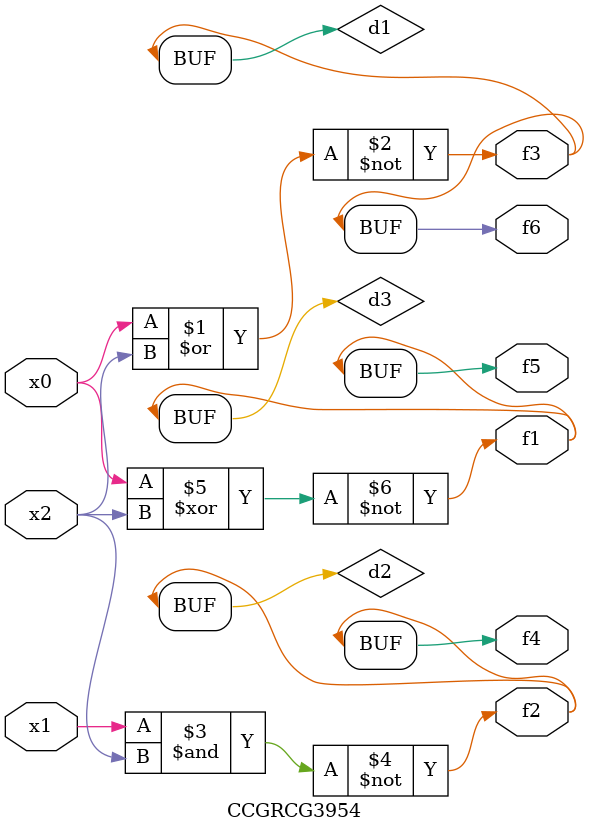
<source format=v>
module CCGRCG3954(
	input x0, x1, x2,
	output f1, f2, f3, f4, f5, f6
);

	wire d1, d2, d3;

	nor (d1, x0, x2);
	nand (d2, x1, x2);
	xnor (d3, x0, x2);
	assign f1 = d3;
	assign f2 = d2;
	assign f3 = d1;
	assign f4 = d2;
	assign f5 = d3;
	assign f6 = d1;
endmodule

</source>
